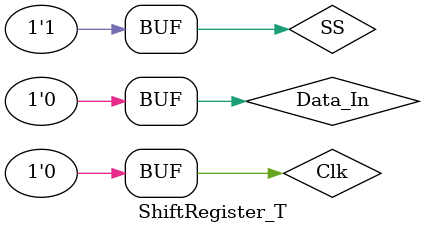
<source format=v>
`timescale 1ns / 1ps


module ShiftRegister_T;

	// Inputs
	reg Clk;
	reg Data_In;
	reg SS;
	
	// Outputs
	wire Data_Out;
	wire [0:7] ByteOut;
	wire SSPIF;

	// Instantiate the Unit Under Test (UUT)
	shift_register_v uut (
		.Clk(Clk),
		.SSPIF(SSPIF),
		.Data_In(Data_In), 
		.SS(SS),
		.Data_Out(Data_Out), 
		.ByteOut(ByteOut)
	);

	initial begin
		// Initialize Inputs
		Clk = 0;
		Data_In = 0;
		SS =1;
		// Wait 100 ns for global reset to finish
		#100;
		#50;
		Clk = 1;
		Data_In = 1;
		#50;
		Clk = 0;
		
		#50;
		Clk = 1;
		Data_In = 0;
		#50;
		Clk = 0;
		
		#50;
		Clk = 1;
		Data_In = 0;
		#50;
		Clk = 0;
		
		#50;
		Clk = 1;
		Data_In = 0;
		#50;
		Clk = 0;
		
		#50;
		Clk = 1;
		Data_In = 0;
		#50;
		Clk = 0;
		
		#50;
		Clk = 1;
		Data_In = 0;
		#50;
		Clk = 0;
		
		#50;
		Clk = 1;
		Data_In = 0;
		#50;
		Clk = 0;
		
		#50;
		Clk = 1;
		Data_In = 0;
		#50;
		Clk = 0;
				#50;
		Clk = 1;
		Data_In = 0;
		#50;
		Clk = 0;

		// Add stimulus here

	end
	


      
endmodule


</source>
